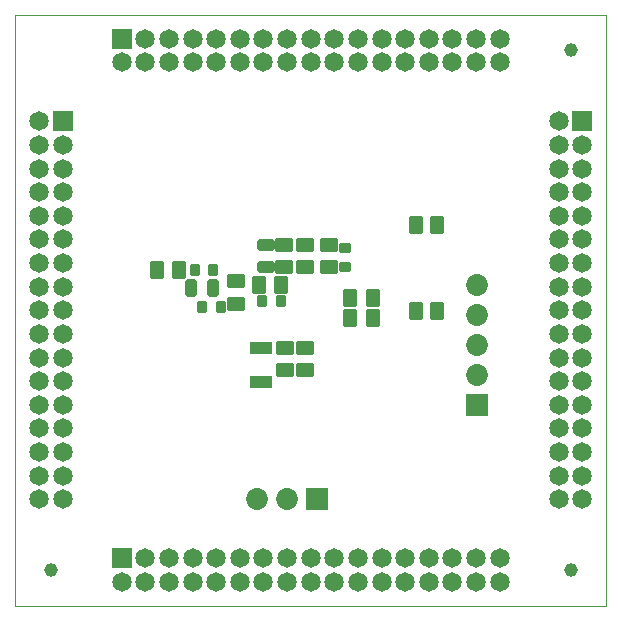
<source format=gbs>
G04*
G04 #@! TF.GenerationSoftware,Altium Limited,Altium Designer,22.3.1 (43)*
G04*
G04 Layer_Color=16711935*
%FSLAX25Y25*%
%MOIN*%
G70*
G04*
G04 #@! TF.SameCoordinates,697392F4-E1DC-46BD-99ED-7115868F3DC7*
G04*
G04*
G04 #@! TF.FilePolarity,Negative*
G04*
G01*
G75*
%ADD12C,0.00394*%
G04:AMPARAMS|DCode=29|XSize=39.37mil|YSize=57.09mil|CornerRadius=4.92mil|HoleSize=0mil|Usage=FLASHONLY|Rotation=180.000|XOffset=0mil|YOffset=0mil|HoleType=Round|Shape=RoundedRectangle|*
%AMROUNDEDRECTD29*
21,1,0.03937,0.04724,0,0,180.0*
21,1,0.02953,0.05709,0,0,180.0*
1,1,0.00984,-0.01476,0.02362*
1,1,0.00984,0.01476,0.02362*
1,1,0.00984,0.01476,-0.02362*
1,1,0.00984,-0.01476,-0.02362*
%
%ADD29ROUNDEDRECTD29*%
G04:AMPARAMS|DCode=30|XSize=39.37mil|YSize=57.09mil|CornerRadius=4.92mil|HoleSize=0mil|Usage=FLASHONLY|Rotation=270.000|XOffset=0mil|YOffset=0mil|HoleType=Round|Shape=RoundedRectangle|*
%AMROUNDEDRECTD30*
21,1,0.03937,0.04724,0,0,270.0*
21,1,0.02953,0.05709,0,0,270.0*
1,1,0.00984,-0.02362,-0.01476*
1,1,0.00984,-0.02362,0.01476*
1,1,0.00984,0.02362,0.01476*
1,1,0.00984,0.02362,-0.01476*
%
%ADD30ROUNDEDRECTD30*%
G04:AMPARAMS|DCode=36|XSize=46.35mil|YSize=61.12mil|CornerRadius=7.84mil|HoleSize=0mil|Usage=FLASHONLY|Rotation=0.000|XOffset=0mil|YOffset=0mil|HoleType=Round|Shape=RoundedRectangle|*
%AMROUNDEDRECTD36*
21,1,0.04635,0.04543,0,0,0.0*
21,1,0.03067,0.06112,0,0,0.0*
1,1,0.01569,0.01534,-0.02272*
1,1,0.01569,-0.01534,-0.02272*
1,1,0.01569,-0.01534,0.02272*
1,1,0.01569,0.01534,0.02272*
%
%ADD36ROUNDEDRECTD36*%
G04:AMPARAMS|DCode=37|XSize=45.37mil|YSize=63.09mil|CornerRadius=7.92mil|HoleSize=0mil|Usage=FLASHONLY|Rotation=180.000|XOffset=0mil|YOffset=0mil|HoleType=Round|Shape=RoundedRectangle|*
%AMROUNDEDRECTD37*
21,1,0.04537,0.04724,0,0,180.0*
21,1,0.02953,0.06309,0,0,180.0*
1,1,0.01584,-0.01476,0.02362*
1,1,0.01584,0.01476,0.02362*
1,1,0.01584,0.01476,-0.02362*
1,1,0.01584,-0.01476,-0.02362*
%
%ADD37ROUNDEDRECTD37*%
G04:AMPARAMS|DCode=38|XSize=45.37mil|YSize=63.09mil|CornerRadius=7.92mil|HoleSize=0mil|Usage=FLASHONLY|Rotation=270.000|XOffset=0mil|YOffset=0mil|HoleType=Round|Shape=RoundedRectangle|*
%AMROUNDEDRECTD38*
21,1,0.04537,0.04724,0,0,270.0*
21,1,0.02953,0.06309,0,0,270.0*
1,1,0.01584,-0.02362,-0.01476*
1,1,0.01584,-0.02362,0.01476*
1,1,0.01584,0.02362,0.01476*
1,1,0.01584,0.02362,-0.01476*
%
%ADD38ROUNDEDRECTD38*%
%ADD39R,0.06506X0.06506*%
%ADD40C,0.06506*%
%ADD41R,0.07293X0.07293*%
G04:AMPARAMS|DCode=42|XSize=72.93mil|YSize=72.93mil|CornerRadius=36.47mil|HoleSize=0mil|Usage=FLASHONLY|Rotation=180.000|XOffset=0mil|YOffset=0mil|HoleType=Round|Shape=RoundedRectangle|*
%AMROUNDEDRECTD42*
21,1,0.07293,0.00000,0,0,180.0*
21,1,0.00000,0.07293,0,0,180.0*
1,1,0.07293,0.00000,0.00000*
1,1,0.07293,0.00000,0.00000*
1,1,0.07293,0.00000,0.00000*
1,1,0.07293,0.00000,0.00000*
%
%ADD42ROUNDEDRECTD42*%
G04:AMPARAMS|DCode=43|XSize=72.93mil|YSize=72.93mil|CornerRadius=36.47mil|HoleSize=0mil|Usage=FLASHONLY|Rotation=270.000|XOffset=0mil|YOffset=0mil|HoleType=Round|Shape=RoundedRectangle|*
%AMROUNDEDRECTD43*
21,1,0.07293,0.00000,0,0,270.0*
21,1,0.00000,0.07293,0,0,270.0*
1,1,0.07293,0.00000,0.00000*
1,1,0.07293,0.00000,0.00000*
1,1,0.07293,0.00000,0.00000*
1,1,0.07293,0.00000,0.00000*
%
%ADD43ROUNDEDRECTD43*%
%ADD44R,0.07293X0.07293*%
%ADD45R,0.06506X0.06506*%
G04:AMPARAMS|DCode=63|XSize=34.45mil|YSize=37.4mil|CornerRadius=4.31mil|HoleSize=0mil|Usage=FLASHONLY|Rotation=180.000|XOffset=0mil|YOffset=0mil|HoleType=Round|Shape=RoundedRectangle|*
%AMROUNDEDRECTD63*
21,1,0.03445,0.02879,0,0,180.0*
21,1,0.02584,0.03740,0,0,180.0*
1,1,0.00861,-0.01292,0.01440*
1,1,0.00861,0.01292,0.01440*
1,1,0.00861,0.01292,-0.01440*
1,1,0.00861,-0.01292,-0.01440*
%
%ADD63ROUNDEDRECTD63*%
G04:AMPARAMS|DCode=64|XSize=34.45mil|YSize=37.4mil|CornerRadius=4.31mil|HoleSize=0mil|Usage=FLASHONLY|Rotation=90.000|XOffset=0mil|YOffset=0mil|HoleType=Round|Shape=RoundedRectangle|*
%AMROUNDEDRECTD64*
21,1,0.03445,0.02879,0,0,90.0*
21,1,0.02584,0.03740,0,0,90.0*
1,1,0.00861,0.01440,0.01292*
1,1,0.00861,0.01440,-0.01292*
1,1,0.00861,-0.01440,-0.01292*
1,1,0.00861,-0.01440,0.01292*
%
%ADD64ROUNDEDRECTD64*%
%ADD68R,0.07490X0.04340*%
%ADD69C,0.04537*%
D12*
X-98425Y98425D02*
X98425D01*
Y-98425D02*
Y98425D01*
X-98425Y-98425D02*
X98425D01*
X-98425D02*
Y98425D01*
D29*
X-39880Y7500D02*
D03*
X-32400D02*
D03*
D30*
X-15000Y21929D02*
D03*
Y14449D02*
D03*
D36*
X35000Y28597D02*
D03*
X42185D02*
D03*
X35000Y-337D02*
D03*
X42185D02*
D03*
X-43907Y13500D02*
D03*
X-51092D02*
D03*
D37*
X13150Y-2500D02*
D03*
X20630D02*
D03*
X-9760Y8500D02*
D03*
X-17240D02*
D03*
X13150Y4000D02*
D03*
X20630D02*
D03*
D38*
X-25000Y9630D02*
D03*
Y2150D02*
D03*
X-8609Y-12441D02*
D03*
Y-19921D02*
D03*
X6000Y21929D02*
D03*
Y14449D02*
D03*
X-1998Y-12441D02*
D03*
Y-19921D02*
D03*
X-2000Y14449D02*
D03*
Y21929D02*
D03*
X-8724Y14449D02*
D03*
Y21929D02*
D03*
D39*
X90551Y62992D02*
D03*
X-82677D02*
D03*
D40*
X82677D02*
D03*
X90551Y55118D02*
D03*
X82677D02*
D03*
X90551Y47244D02*
D03*
X82677D02*
D03*
X90551Y39370D02*
D03*
X82677D02*
D03*
X90551Y31496D02*
D03*
X82677D02*
D03*
X90551Y23622D02*
D03*
X82677D02*
D03*
X90551Y15748D02*
D03*
X82677D02*
D03*
X90551Y7874D02*
D03*
X82677D02*
D03*
X90551Y0D02*
D03*
X82677D02*
D03*
X90551Y-7874D02*
D03*
X82677D02*
D03*
X90551Y-15748D02*
D03*
X82677D02*
D03*
X90551Y-23622D02*
D03*
X82677D02*
D03*
X90551Y-31496D02*
D03*
X82677D02*
D03*
X90551Y-39370D02*
D03*
X82677D02*
D03*
X90551Y-47244D02*
D03*
X82677D02*
D03*
X90551Y-55118D02*
D03*
X82677D02*
D03*
X90551Y-62992D02*
D03*
X82677D02*
D03*
X-62992Y-90551D02*
D03*
X-55118Y-82677D02*
D03*
Y-90551D02*
D03*
X-47244Y-82677D02*
D03*
Y-90551D02*
D03*
X-39370Y-82677D02*
D03*
Y-90551D02*
D03*
X-31496Y-82677D02*
D03*
Y-90551D02*
D03*
X-23622Y-82677D02*
D03*
Y-90551D02*
D03*
X-15748Y-82677D02*
D03*
Y-90551D02*
D03*
X-7874Y-82677D02*
D03*
Y-90551D02*
D03*
X0Y-82677D02*
D03*
Y-90551D02*
D03*
X7874Y-82677D02*
D03*
Y-90551D02*
D03*
X15748Y-82677D02*
D03*
Y-90551D02*
D03*
X23622Y-82677D02*
D03*
Y-90551D02*
D03*
X31496Y-82677D02*
D03*
Y-90551D02*
D03*
X39370Y-82677D02*
D03*
Y-90551D02*
D03*
X47244Y-82677D02*
D03*
Y-90551D02*
D03*
X55118Y-82677D02*
D03*
Y-90551D02*
D03*
X62992Y-82677D02*
D03*
Y-90551D02*
D03*
X-90551Y-62992D02*
D03*
X-82677D02*
D03*
X-90551Y-55118D02*
D03*
X-82677D02*
D03*
X-90551Y-47244D02*
D03*
X-82677D02*
D03*
X-90551Y-39370D02*
D03*
X-82677D02*
D03*
X-90551Y-31496D02*
D03*
X-82677D02*
D03*
X-90551Y-23622D02*
D03*
X-82677D02*
D03*
X-90551Y-15748D02*
D03*
X-82677D02*
D03*
X-90551Y-7874D02*
D03*
X-82677D02*
D03*
X-90551Y0D02*
D03*
X-82677D02*
D03*
X-90551Y7874D02*
D03*
X-82677D02*
D03*
X-90551Y15748D02*
D03*
X-82677D02*
D03*
X-90551Y23622D02*
D03*
X-82677D02*
D03*
X-90551Y31496D02*
D03*
X-82677D02*
D03*
X-90551Y39370D02*
D03*
X-82677D02*
D03*
X-90551Y47244D02*
D03*
X-82677D02*
D03*
X-90551Y55118D02*
D03*
X-82677D02*
D03*
X-90551Y62992D02*
D03*
X-62992Y82677D02*
D03*
X-55118Y90551D02*
D03*
Y82677D02*
D03*
X-47244Y90551D02*
D03*
Y82677D02*
D03*
X-39370Y90551D02*
D03*
Y82677D02*
D03*
X-31496Y90551D02*
D03*
Y82677D02*
D03*
X-23622Y90551D02*
D03*
Y82677D02*
D03*
X-15748Y90551D02*
D03*
Y82677D02*
D03*
X-7874Y90551D02*
D03*
Y82677D02*
D03*
X0Y90551D02*
D03*
Y82677D02*
D03*
X7874Y90551D02*
D03*
Y82677D02*
D03*
X15748Y90551D02*
D03*
Y82677D02*
D03*
X23622Y90551D02*
D03*
Y82677D02*
D03*
X31496Y90551D02*
D03*
Y82677D02*
D03*
X39370Y90551D02*
D03*
Y82677D02*
D03*
X47244Y90551D02*
D03*
Y82677D02*
D03*
X55118Y90551D02*
D03*
Y82677D02*
D03*
X62992Y90551D02*
D03*
Y82677D02*
D03*
D41*
X55500Y-31500D02*
D03*
D42*
Y-21500D02*
D03*
Y-11500D02*
D03*
Y-1500D02*
D03*
Y8500D02*
D03*
D43*
X-18000Y-63000D02*
D03*
X-8000D02*
D03*
D44*
X2000D02*
D03*
D45*
X-62992Y-82677D02*
D03*
Y90551D02*
D03*
D63*
X-36100Y1000D02*
D03*
X-29900D02*
D03*
X-9900Y3000D02*
D03*
X-16100D02*
D03*
X-38600Y13500D02*
D03*
X-32400D02*
D03*
D64*
X11500Y20650D02*
D03*
Y14449D02*
D03*
D68*
X-16500Y-12441D02*
D03*
Y-24055D02*
D03*
D69*
X86614Y-86614D02*
D03*
X-86614D02*
D03*
X86614Y86614D02*
D03*
M02*

</source>
